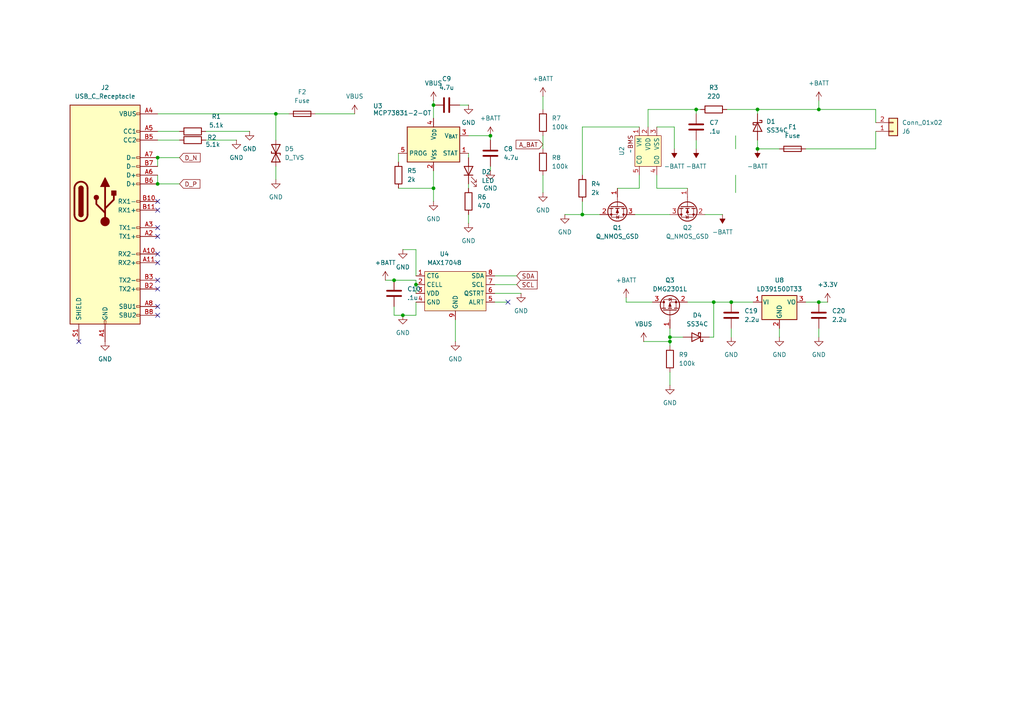
<source format=kicad_sch>
(kicad_sch (version 20231120) (generator "eeschema") (generator_version "8.0")
  (paper "A4")
  (lib_symbols
    (symbol "Battery_Management:MCP73831-2-OT"
      (property "Reference" "U" (at -7.62 6.35 0))
      (property "Value" "MCP73831-2-OT" (at 1.27 6.35 0))
      (symbol "MCP73831-2-OT_0_1"
        (rectangle (start -7.62 5.08) (end 7.62 -5.08) (stroke (width 0.254)) (fill (type background)))
      )
      (symbol "MCP73831-2-OT_1_1"
        (pin tri_state line (at 10.16 -2.54 180) (length 2.54) (name "STAT") (number "1"))
        (pin power_in line (at 0 -7.62 90) (length 2.54) (name "V_{SS}") (number "2"))
        (pin power_out line (at 10.16 2.54 180) (length 2.54) (name "V_{BAT}") (number "3"))
        (pin power_in line (at 0 7.62 270) (length 2.54) (name "V_{DD}") (number "4"))
        (pin input line (at -10.16 -2.54 0) (length 2.54) (name "PROG") (number "5"))
      )
    )
    (symbol "Connector:USB_C_Receptacle" (pin_names (offset 1.016))
      (property "Reference" "J" (at -10.16 29.21 0))
      (property "Value" "USB_C_Receptacle" (at 10.16 29.21 0))
      (symbol "USB_C_Receptacle_0_0"
        (rectangle (start -0.254 -35.56) (end 0.254 -34.544))
        (rectangle (start 10.16 -32.766) (end 9.144 -33.274))
        (rectangle (start 10.16 -30.226) (end 9.144 -30.734))
        (rectangle (start 10.16 -25.146) (end 9.144 -25.654))
        (rectangle (start 10.16 -22.606) (end 9.144 -23.114))
        (rectangle (start 10.16 -17.526) (end 9.144 -18.034))
        (rectangle (start 10.16 -14.986) (end 9.144 -15.494))
        (rectangle (start 10.16 -9.906) (end 9.144 -10.414))
        (rectangle (start 10.16 -7.366) (end 9.144 -7.874))
        (rectangle (start 10.16 -2.286) (end 9.144 -2.794))
        (rectangle (start 10.16 0.254) (end 9.144 -0.254))
        (rectangle (start 10.16 5.334) (end 9.144 4.826))
        (rectangle (start 10.16 7.874) (end 9.144 7.366))
        (rectangle (start 10.16 10.414) (end 9.144 9.906))
        (rectangle (start 10.16 12.954) (end 9.144 12.446))
        (rectangle (start 10.16 18.034) (end 9.144 17.526))
        (rectangle (start 10.16 20.574) (end 9.144 20.066))
        (rectangle (start 10.16 25.654) (end 9.144 25.146))
      )
      (symbol "USB_C_Receptacle_0_1"
        (rectangle (start -10.16 27.94) (end 10.16 -35.56) (stroke (width 0.254)) (fill (type background)))
        (arc (start -8.89 -3.81) (mid -6.985 -5.7067) (end -5.08 -3.81) (stroke (width 0.508)))
        (arc (start -7.62 -3.81) (mid -6.985 -4.4423) (end -6.35 -3.81) (stroke (width 0.254)))
        (arc (start -7.62 -3.81) (mid -6.985 -4.4423) (end -6.35 -3.81) (stroke (width 0.254)) (fill (type outline)))
        (rectangle (start -7.62 -3.81) (end -6.35 3.81) (stroke (width 0.254)) (fill (type outline)))
        (arc (start -6.35 3.81) (mid -6.985 4.4423) (end -7.62 3.81) (stroke (width 0.254)))
        (arc (start -6.35 3.81) (mid -6.985 4.4423) (end -7.62 3.81) (stroke (width 0.254)) (fill (type outline)))
        (arc (start -5.08 3.81) (mid -6.985 5.7067) (end -8.89 3.81) (stroke (width 0.508)))
        (polyline (pts (xy -8.89 -3.81) (xy -8.89 3.81)) (stroke (width 0.508)))
        (polyline (pts (xy -5.08 3.81) (xy -5.08 -3.81)) (stroke (width 0.508)))
      )
      (symbol "USB_C_Receptacle_1_1"
        (circle (center -2.54 1.143) (radius 0.635) (stroke (width 0.254)) (fill (type outline)))
        (circle (center 0 -5.842) (radius 1.27) (fill (type outline)))
        (polyline (pts (xy 0 -5.842) (xy 0 4.318)) (stroke (width 0.508)))
        (polyline (pts (xy 0 -3.302) (xy -2.54 -0.762) (xy -2.54 0.508)) (stroke (width 0.508)))
        (polyline (pts (xy 0 -2.032) (xy 2.54 0.508) (xy 2.54 1.778)) (stroke (width 0.508)))
        (polyline (pts (xy -1.27 4.318) (xy 0 6.858) (xy 1.27 4.318) (xy -1.27 4.318)) (stroke (width 0.254)) (fill (type outline)))
        (rectangle (start 1.905 1.778) (end 3.175 3.048) (stroke (width 0.254)) (fill (type outline)))
        (pin passive line (at 0 -40.64 90) (length 5.08) (name "GND") (number "A1"))
        (pin bidirectional line (at 15.24 -15.24 180) (length 5.08) (name "RX2-") (number "A10"))
        (pin bidirectional line (at 15.24 -17.78 180) (length 5.08) (name "RX2+") (number "A11"))
        (pin passive line (at 0 -40.64 90) (length 5.08) hide (name "GND") (number "A12"))
        (pin bidirectional line (at 15.24 -10.16 180) (length 5.08) (name "TX1+") (number "A2"))
        (pin bidirectional line (at 15.24 -7.62 180) (length 5.08) (name "TX1-") (number "A3"))
        (pin passive line (at 15.24 25.4 180) (length 5.08) (name "VBUS") (number "A4"))
        (pin bidirectional line (at 15.24 20.32 180) (length 5.08) (name "CC1") (number "A5"))
        (pin bidirectional line (at 15.24 7.62 180) (length 5.08) (name "D+") (number "A6"))
        (pin bidirectional line (at 15.24 12.7 180) (length 5.08) (name "D-") (number "A7"))
        (pin bidirectional line (at 15.24 -30.48 180) (length 5.08) (name "SBU1") (number "A8"))
        (pin passive line (at 15.24 25.4 180) (length 5.08) hide (name "VBUS") (number "A9"))
        (pin passive line (at 0 -40.64 90) (length 5.08) hide (name "GND") (number "B1"))
        (pin bidirectional line (at 15.24 0 180) (length 5.08) (name "RX1-") (number "B10"))
        (pin bidirectional line (at 15.24 -2.54 180) (length 5.08) (name "RX1+") (number "B11"))
        (pin passive line (at 0 -40.64 90) (length 5.08) hide (name "GND") (number "B12"))
        (pin bidirectional line (at 15.24 -25.4 180) (length 5.08) (name "TX2+") (number "B2"))
        (pin bidirectional line (at 15.24 -22.86 180) (length 5.08) (name "TX2-") (number "B3"))
        (pin passive line (at 15.24 25.4 180) (length 5.08) hide (name "VBUS") (number "B4"))
        (pin bidirectional line (at 15.24 17.78 180) (length 5.08) (name "CC2") (number "B5"))
        (pin bidirectional line (at 15.24 5.08 180) (length 5.08) (name "D+") (number "B6"))
        (pin bidirectional line (at 15.24 10.16 180) (length 5.08) (name "D-") (number "B7"))
        (pin bidirectional line (at 15.24 -33.02 180) (length 5.08) (name "SBU2") (number "B8"))
        (pin passive line (at 15.24 25.4 180) (length 5.08) hide (name "VBUS") (number "B9"))
        (pin passive line (at -7.62 -40.64 90) (length 5.08) (name "SHIELD") (number "S1"))
      )
    )
    (symbol "Connector_Generic:Conn_01x02" (pin_names (offset 1.016) hide)
      (property "Reference" "J" (at 0 2.54 0))
      (property "Value" "Conn_01x02" (at 0 -5.08 0))
      (symbol "Conn_01x02_1_1"
        (rectangle (start -1.27 -2.413) (end 0 -2.667) (stroke (width 0.1524)))
        (rectangle (start -1.27 0.127) (end 0 -0.127) (stroke (width 0.1524)))
        (rectangle (start -1.27 1.27) (end 1.27 -3.81) (stroke (width 0.254)) (fill (type background)))
        (pin passive line (at -5.08 0 0) (length 3.81) (name "Pin_1") (number "1"))
        (pin passive line (at -5.08 -2.54 0) (length 3.81) (name "Pin_2") (number "2"))
      )
    )
    (symbol "Device:C" (pin_numbers hide) (pin_names (offset 0.254))
      (property "Reference" "C" (at 0.635 2.54 0))
      (property "Value" "C" (at 0.635 -2.54 0))
      (symbol "C_0_1"
        (polyline (pts (xy -2.032 -0.762) (xy 2.032 -0.762)) (stroke (width 0.508)))
        (polyline (pts (xy -2.032 0.762) (xy 2.032 0.762)) (stroke (width 0.508)))
      )
      (symbol "C_1_1"
        (pin passive line (at 0 3.81 270) (length 2.794) (name "~") (number "1"))
        (pin passive line (at 0 -3.81 90) (length 2.794) (name "~") (number "2"))
      )
    )
    (symbol "Device:D_TVS" (pin_numbers hide) (pin_names (offset 1.016) hide)
      (property "Reference" "D" (at 0 2.54 0))
      (property "Value" "D_TVS" (at 0 -2.54 0))
      (symbol "D_TVS_0_1"
        (polyline (pts (xy 1.27 0) (xy -1.27 0)))
        (polyline (pts (xy 0.508 1.27) (xy 0 1.27) (xy 0 -1.27) (xy -0.508 -1.27)) (stroke (width 0.254)))
        (polyline (pts (xy -2.54 1.27) (xy -2.54 -1.27) (xy 2.54 1.27) (xy 2.54 -1.27) (xy -2.54 1.27)) (stroke (width 0.254)))
      )
      (symbol "D_TVS_1_1"
        (pin passive line (at -3.81 0 0) (length 2.54) (name "A1") (number "1"))
        (pin passive line (at 3.81 0 180) (length 2.54) (name "A2") (number "2"))
      )
    )
    (symbol "Device:Fuse" (pin_numbers hide) (pin_names (offset 0))
      (property "Reference" "F" (at 2.032 0 90))
      (property "Value" "Fuse" (at -1.905 0 90))
      (symbol "Fuse_0_1"
        (rectangle (start -0.762 -2.54) (end 0.762 2.54) (stroke (width 0.254)))
        (polyline (pts (xy 0 2.54) (xy 0 -2.54)))
      )
      (symbol "Fuse_1_1"
        (pin passive line (at 0 3.81 270) (length 1.27) (name "~") (number "1"))
        (pin passive line (at 0 -3.81 90) (length 1.27) (name "~") (number "2"))
      )
    )
    (symbol "Device:LED" (pin_numbers hide) (pin_names (offset 1.016) hide)
      (property "Reference" "D" (at 0 2.54 0))
      (property "Value" "LED" (at 0 -2.54 0))
      (symbol "LED_0_1"
        (polyline (pts (xy -1.27 -1.27) (xy -1.27 1.27)) (stroke (width 0.254)))
        (polyline (pts (xy -1.27 0) (xy 1.27 0)))
        (polyline (pts (xy 1.27 -1.27) (xy 1.27 1.27) (xy -1.27 0) (xy 1.27 -1.27)) (stroke (width 0.254)))
        (polyline (pts (xy -3.048 -0.762) (xy -4.572 -2.286) (xy -3.81 -2.286) (xy -4.572 -2.286) (xy -4.572 -1.524)))
        (polyline (pts (xy -1.778 -0.762) (xy -3.302 -2.286) (xy -2.54 -2.286) (xy -3.302 -2.286) (xy -3.302 -1.524)))
      )
      (symbol "LED_1_1"
        (pin passive line (at -3.81 0 0) (length 2.54) (name "K") (number "1"))
        (pin passive line (at 3.81 0 180) (length 2.54) (name "A") (number "2"))
      )
    )
    (symbol "Device:Q_NMOS_GSD" (pin_names (offset 0) hide)
      (property "Reference" "Q" (at 5.08 1.27 0))
      (property "Value" "Q_NMOS_GSD" (at 5.08 -1.27 0))
      (symbol "Q_NMOS_GSD_0_1"
        (polyline (pts (xy 0.254 0) (xy -2.54 0)))
        (polyline (pts (xy 0.254 1.905) (xy 0.254 -1.905)) (stroke (width 0.254)))
        (polyline (pts (xy 0.762 -1.27) (xy 0.762 -2.286)) (stroke (width 0.254)))
        (polyline (pts (xy 0.762 0.508) (xy 0.762 -0.508)) (stroke (width 0.254)))
        (polyline (pts (xy 0.762 2.286) (xy 0.762 1.27)) (stroke (width 0.254)))
        (polyline (pts (xy 2.54 2.54) (xy 2.54 1.778)))
        (polyline (pts (xy 2.54 -2.54) (xy 2.54 0) (xy 0.762 0)))
        (polyline (pts (xy 0.762 -1.778) (xy 3.302 -1.778) (xy 3.302 1.778) (xy 0.762 1.778)))
        (polyline (pts (xy 1.016 0) (xy 2.032 0.381) (xy 2.032 -0.381) (xy 1.016 0)) (fill (type outline)))
        (polyline (pts (xy 2.794 0.508) (xy 2.921 0.381) (xy 3.683 0.381) (xy 3.81 0.254)))
        (polyline (pts (xy 3.302 0.381) (xy 2.921 -0.254) (xy 3.683 -0.254) (xy 3.302 0.381)))
        (circle (center 1.651 0) (radius 2.794) (stroke (width 0.254)))
        (circle (center 2.54 -1.778) (radius 0.254) (fill (type outline)))
        (circle (center 2.54 1.778) (radius 0.254) (fill (type outline)))
      )
      (symbol "Q_NMOS_GSD_1_1"
        (pin input line (at -5.08 0 0) (length 2.54) (name "G") (number "1"))
        (pin passive line (at 2.54 -5.08 90) (length 2.54) (name "S") (number "2"))
        (pin passive line (at 2.54 5.08 270) (length 2.54) (name "D") (number "3"))
      )
    )
    (symbol "Device:R" (pin_numbers hide) (pin_names (offset 0))
      (property "Reference" "R" (at 2.032 0 90))
      (property "Value" "R" (at 0 0 90))
      (symbol "R_0_1"
        (rectangle (start -1.016 -2.54) (end 1.016 2.54) (stroke (width 0.254)))
      )
      (symbol "R_1_1"
        (pin passive line (at 0 3.81 270) (length 1.27) (name "~") (number "1"))
        (pin passive line (at 0 -3.81 90) (length 1.27) (name "~") (number "2"))
      )
    )
    (symbol "Diode:B340" (pin_numbers hide) (pin_names (offset 1.016) hide)
      (property "Reference" "D" (at 0 2.54 0))
      (property "Value" "B340" (at 0 -2.54 0))
      (symbol "B340_0_1"
        (polyline (pts (xy 1.27 0) (xy -1.27 0)))
        (polyline (pts (xy 1.27 1.27) (xy 1.27 -1.27) (xy -1.27 0) (xy 1.27 1.27)) (stroke (width 0.254)))
        (polyline (pts (xy -1.905 0.635) (xy -1.905 1.27) (xy -1.27 1.27) (xy -1.27 -1.27) (xy -0.635 -1.27) (xy -0.635 -0.635)) (stroke (width 0.254)))
      )
      (symbol "B340_1_1"
        (pin passive line (at -3.81 0 0) (length 2.54) (name "K") (number "1"))
        (pin passive line (at 3.81 0 180) (length 2.54) (name "A") (number "2"))
      )
    )
    (symbol "Regulator_Linear:LD39150DT33" (pin_names (offset 0.254))
      (property "Reference" "U" (at -3.81 3.175 0))
      (property "Value" "LD39150DT33" (at 0 3.175 0))
      (symbol "LD39150DT33_0_1"
        (rectangle (start -5.08 -5.08) (end 5.08 1.905) (stroke (width 0.254)) (fill (type background)))
      )
      (symbol "LD39150DT33_1_1"
        (pin power_in line (at -7.62 0 0) (length 2.54) (name "VI") (number "1"))
        (pin power_in line (at 0 -7.62 90) (length 2.54) (name "GND") (number "2"))
        (pin power_out line (at 7.62 0 180) (length 2.54) (name "VO") (number "3"))
      )
    )
    (symbol "Transistor_FET:DMG2301L" (pin_names hide)
      (property "Reference" "Q" (at 5.08 1.905 0))
      (property "Value" "DMG2301L" (at 5.08 0 0))
      (symbol "DMG2301L_0_1"
        (polyline (pts (xy 0.254 0) (xy -2.54 0)))
        (polyline (pts (xy 0.254 1.905) (xy 0.254 -1.905)) (stroke (width 0.254)))
        (polyline (pts (xy 0.762 -1.27) (xy 0.762 -2.286)) (stroke (width 0.254)))
        (polyline (pts (xy 0.762 0.508) (xy 0.762 -0.508)) (stroke (width 0.254)))
        (polyline (pts (xy 0.762 2.286) (xy 0.762 1.27)) (stroke (width 0.254)))
        (polyline (pts (xy 2.54 2.54) (xy 2.54 1.778)))
        (polyline (pts (xy 2.54 -2.54) (xy 2.54 0) (xy 0.762 0)))
        (polyline (pts (xy 0.762 1.778) (xy 3.302 1.778) (xy 3.302 -1.778) (xy 0.762 -1.778)))
        (polyline (pts (xy 2.286 0) (xy 1.27 0.381) (xy 1.27 -0.381) (xy 2.286 0)) (fill (type outline)))
        (polyline (pts (xy 2.794 -0.508) (xy 2.921 -0.381) (xy 3.683 -0.381) (xy 3.81 -0.254)))
        (polyline (pts (xy 3.302 -0.381) (xy 2.921 0.254) (xy 3.683 0.254) (xy 3.302 -0.381)))
        (circle (center 1.651 0) (radius 2.794) (stroke (width 0.254)))
        (circle (center 2.54 -1.778) (radius 0.254) (fill (type outline)))
        (circle (center 2.54 1.778) (radius 0.254) (fill (type outline)))
      )
      (symbol "DMG2301L_1_1"
        (pin input line (at -5.08 0 0) (length 2.54) (name "G") (number "1"))
        (pin passive line (at 2.54 -5.08 90) (length 2.54) (name "S") (number "2"))
        (pin passive line (at 2.54 5.08 270) (length 2.54) (name "D") (number "3"))
      )
    )
    (symbol "generic:Battery_Management"
      (property "Reference" "U" (at -6.35 -5.334 0))
      (symbol "Battery_Management_1_1"
        (rectangle (start -5.08 3.81) (end 3.81 -3.81) (fill (type background)))
        (text "BMS" (at -3.302 5.08 0) (effects (font (size 1.27 1.27))))
        (pin input line (at -7.62 2.54 0) (length 2.54) (name "VM") (number "1"))
        (pin power_in line (at -7.62 0 0) (length 2.54) (name "VDD") (number "2"))
        (pin power_in line (at -7.62 -2.54 0) (length 2.54) (name "VSS") (number "3"))
        (pin output line (at 6.35 -2.54 180) (length 2.54) (name "DO") (number "4"))
        (pin output line (at 6.35 2.54 180) (length 2.54) (name "CO") (number "5"))
      )
    )
    (symbol "generic:MAX17048"
      (property "Reference" "U" (at -5.588 -7.874 0))
      (property "Value" "MAX17048" (at 4.826 -9.906 0))
      (symbol "MAX17048_1_1"
        (rectangle (start -5.08 3.81) (end 12.7 -7.62) (fill (type background)))
        (pin input line (at -7.62 2.54 0) (length 2.54) (name "CTG") (number "1"))
        (pin input line (at -7.62 0 0) (length 2.54) (name "CELL") (number "2"))
        (pin power_in line (at -7.62 -2.54 0) (length 2.54) (name "VDD") (number "3"))
        (pin power_in line (at -7.62 -5.08 0) (length 2.54) (name "GND") (number "4"))
        (pin output line (at 15.24 -5.08 180) (length 2.54) (name "ALRT") (number "5"))
        (pin input line (at 15.24 -2.54 180) (length 2.54) (name "QSTRT") (number "6"))
        (pin input line (at 15.24 0 180) (length 2.54) (name "SCL") (number "7"))
        (pin input line (at 15.24 2.54 180) (length 2.54) (name "SDA") (number "8"))
        (pin power_in line (at 3.81 -10.16 90) (length 2.54) (name "GND") (number "9"))
      )
    )
    (symbol "power:+3.3V" (power) (pin_numbers hide) (pin_names (offset 0) hide)
      (property "Value" "+3.3V" (at 0 3.556 0))
      (symbol "+3.3V_0_1"
        (polyline (pts (xy -0.762 1.27) (xy 0 2.54)))
        (polyline (pts (xy 0 0) (xy 0 2.54)))
        (polyline (pts (xy 0 2.54) (xy 0.762 1.27)))
      )
      (symbol "+3.3V_1_1"
        (pin power_in line (at 0 0 90) (length 0) (name "~") (number "1"))
      )
    )
    (symbol "power:+BATT" (power) (pin_numbers hide) (pin_names (offset 0) hide)
      (property "Value" "+BATT" (at 0 3.556 0))
      (symbol "+BATT_0_1"
        (polyline (pts (xy -0.762 1.27) (xy 0 2.54)))
        (polyline (pts (xy 0 0) (xy 0 2.54)))
        (polyline (pts (xy 0 2.54) (xy 0.762 1.27)))
      )
      (symbol "+BATT_1_1"
        (pin power_in line (at 0 0 90) (length 0) (name "~") (number "1"))
      )
    )
    (symbol "power:-BATT" (power) (pin_numbers hide) (pin_names (offset 0) hide)
      (property "Value" "-BATT" (at 0 3.556 0))
      (symbol "-BATT_0_1"
        (polyline (pts (xy 0 0) (xy 0 2.54)))
        (polyline (pts (xy 0.762 1.27) (xy -0.762 1.27) (xy 0 2.54) (xy 0.762 1.27)) (fill (type outline)))
      )
      (symbol "-BATT_1_1"
        (pin power_in line (at 0 0 90) (length 0) (name "~") (number "1"))
      )
    )
    (symbol "power:GND" (power) (pin_numbers hide) (pin_names (offset 0) hide)
      (property "Value" "GND" (at 0 -3.81 0))
      (symbol "GND_0_1"
        (polyline (pts (xy 0 0) (xy 0 -1.27) (xy 1.27 -1.27) (xy 0 -2.54) (xy -1.27 -1.27) (xy 0 -1.27)))
      )
      (symbol "GND_1_1"
        (pin power_in line (at 0 0 270) (length 0) (name "~") (number "1"))
      )
    )
    (symbol "power:VBUS" (power) (pin_numbers hide) (pin_names (offset 0) hide)
      (property "Value" "VBUS" (at 0 3.556 0))
      (symbol "VBUS_0_1"
        (polyline (pts (xy -0.762 1.27) (xy 0 2.54)))
        (polyline (pts (xy 0 0) (xy 0 2.54)))
        (polyline (pts (xy 0 2.54) (xy 0.762 1.27)))
      )
      (symbol "VBUS_1_1"
        (pin power_in line (at 0 0 90) (length 0) (name "~") (number "1"))
      )
    )
  )
  (junction (at 237.49 87.63))
  (junction (at 120.65 82.55))
  (junction (at 207.01 87.63))
  (junction (at 168.91 62.23))
  (junction (at 125.73 54.61))
  (junction (at 142.24 39.37))
  (junction (at 45.72 53.34))
  (junction (at 114.3 81.28))
  (junction (at 237.49 31.75))
  (junction (at 212.09 87.63))
  (junction (at 219.71 43.18))
  (junction (at 194.31 99.06))
  (junction (at 125.73 30.48))
  (junction (at 201.93 31.75))
  (junction (at 116.84 91.44))
  (junction (at 80.01 33.02))
  (junction (at 219.71 31.75))
  (junction (at 194.31 97.79))
  (junction (at 45.72 45.72))
  (no_connect (at 45.72 66.04))
  (no_connect (at 22.86 99.06))
  (no_connect (at 45.72 68.58))
  (no_connect (at 45.72 88.9))
  (no_connect (at 45.72 58.42))
  (no_connect (at 45.72 83.82))
  (no_connect (at 45.72 60.96))
  (no_connect (at 45.72 73.66))
  (no_connect (at 147.32 87.63))
  (no_connect (at 45.72 81.28))
  (no_connect (at 45.72 76.2))
  (no_connect (at 45.72 91.44))
  (wire (pts (xy 181.61 86.36) (xy 181.61 87.63)))
  (wire (pts (xy 143.51 85.09) (xy 151.13 85.09)))
  (wire (pts (xy 45.72 40.64) (xy 52.07 40.64)))
  (wire (pts (xy 132.08 99.06) (xy 132.08 92.71)))
  (wire (pts (xy 142.24 48.26) (xy 142.24 49.53)))
  (wire (pts (xy 114.3 88.9) (xy 114.3 91.44)))
  (wire (pts (xy 135.89 44.45) (xy 135.89 45.72)))
  (wire (pts (xy 45.72 45.72) (xy 52.07 45.72)))
  (wire (pts (xy 45.72 33.02) (xy 80.01 33.02)))
  (wire (pts (xy 195.58 36.83) (xy 195.58 43.18)))
  (wire (pts (xy 194.31 97.79) (xy 194.31 95.25)))
  (wire (pts (xy 210.82 31.75) (xy 219.71 31.75)))
  (wire (pts (xy 120.65 72.39) (xy 120.65 80.01)))
  (wire (pts (xy 201.93 43.18) (xy 201.93 40.64)))
  (wire (pts (xy 190.5 54.61) (xy 199.39 54.61)))
  (wire (pts (xy 185.42 50.8) (xy 185.42 54.61)))
  (wire (pts (xy 116.84 91.44) (xy 120.65 91.44)))
  (wire (pts (xy 135.89 53.34) (xy 135.89 54.61)))
  (wire (pts (xy 184.15 62.23) (xy 194.31 62.23)))
  (wire (pts (xy 186.69 99.06) (xy 194.31 99.06)))
  (wire (pts (xy 52.07 53.34) (xy 45.72 53.34)))
  (wire (pts (xy 147.32 87.63) (xy 143.51 87.63)))
  (wire (pts (xy 185.42 54.61) (xy 179.07 54.61)))
  (wire (pts (xy 168.91 36.83) (xy 185.42 36.83)))
  (wire (pts (xy 111.76 81.28) (xy 114.3 81.28)))
  (wire (pts (xy 80.01 33.02) (xy 83.82 33.02)))
  (wire (pts (xy 115.57 54.61) (xy 125.73 54.61)))
  (wire (pts (xy 219.71 31.75) (xy 219.71 33.02)))
  (wire (pts (xy 194.31 99.06) (xy 194.31 97.79)))
  (wire (pts (xy 116.84 72.39) (xy 120.65 72.39)))
  (wire (pts (xy 219.71 40.64) (xy 219.71 43.18)))
  (wire (pts (xy 114.3 91.44) (xy 116.84 91.44)))
  (wire (pts (xy 207.01 97.79) (xy 205.74 97.79)))
  (wire (pts (xy 187.96 31.75) (xy 201.93 31.75)))
  (wire (pts (xy 195.58 36.83) (xy 190.5 36.83)))
  (wire (pts (xy 157.48 27.94) (xy 157.48 31.75)))
  (wire (pts (xy 194.31 99.06) (xy 194.31 100.33)))
  (wire (pts (xy 254 35.56) (xy 254 31.75)))
  (wire (pts (xy 201.93 33.02) (xy 201.93 31.75)))
  (wire (pts (xy 45.72 38.1) (xy 52.07 38.1)))
  (wire (pts (xy 254 38.1) (xy 254 43.18)))
  (wire (pts (xy 237.49 31.75) (xy 254 31.75)))
  (wire (pts (xy 114.3 81.28) (xy 120.65 81.28)))
  (wire (pts (xy 233.68 87.63) (xy 237.49 87.63)))
  (wire (pts (xy 212.09 87.63) (xy 218.44 87.63)))
  (wire (pts (xy 181.61 87.63) (xy 189.23 87.63)))
  (wire (pts (xy 59.69 38.1) (xy 72.39 38.1)))
  (wire (pts (xy 207.01 87.63) (xy 212.09 87.63)))
  (wire (pts (xy 199.39 87.63) (xy 207.01 87.63)))
  (wire (pts (xy 219.71 31.75) (xy 237.49 31.75)))
  (wire (pts (xy 91.44 33.02) (xy 102.87 33.02)))
  (wire (pts (xy 212.09 95.25) (xy 212.09 97.79)))
  (wire (pts (xy 143.51 82.55) (xy 149.86 82.55)))
  (wire (pts (xy 125.73 54.61) (xy 125.73 58.42)))
  (wire (pts (xy 45.72 45.72) (xy 45.72 48.26)))
  (wire (pts (xy 135.89 64.77) (xy 135.89 62.23)))
  (wire (pts (xy 213.36 55.88) (xy 213.36 50.8)))
  (wire (pts (xy 142.24 39.37) (xy 135.89 39.37)))
  (wire (pts (xy 219.71 43.18) (xy 226.06 43.18)))
  (wire (pts (xy 168.91 50.8) (xy 168.91 36.83)))
  (wire (pts (xy 173.99 62.23) (xy 168.91 62.23)))
  (wire (pts (xy 187.96 36.83) (xy 187.96 31.75)))
  (wire (pts (xy 157.48 50.8) (xy 157.48 55.88)))
  (wire (pts (xy 213.36 43.18) (xy 213.36 39.37)))
  (wire (pts (xy 142.24 39.37) (xy 142.24 40.64)))
  (wire (pts (xy 115.57 44.45) (xy 115.57 46.99)))
  (wire (pts (xy 237.49 87.63) (xy 240.03 87.63)))
  (wire (pts (xy 125.73 29.21) (xy 125.73 30.48)))
  (wire (pts (xy 45.72 50.8) (xy 45.72 53.34)))
  (wire (pts (xy 168.91 62.23) (xy 168.91 58.42)))
  (wire (pts (xy 59.69 40.64) (xy 68.58 40.64)))
  (wire (pts (xy 194.31 97.79) (xy 198.12 97.79)))
  (wire (pts (xy 125.73 49.53) (xy 125.73 54.61)))
  (wire (pts (xy 226.06 97.79) (xy 226.06 95.25)))
  (wire (pts (xy 80.01 48.26) (xy 80.01 52.07)))
  (wire (pts (xy 237.49 29.21) (xy 237.49 31.75)))
  (wire (pts (xy 157.48 39.37) (xy 157.48 43.18)))
  (wire (pts (xy 194.31 107.95) (xy 194.31 111.76)))
  (wire (pts (xy 120.65 82.55) (xy 120.65 85.09)))
  (wire (pts (xy 207.01 87.63) (xy 207.01 97.79)))
  (wire (pts (xy 135.89 30.48) (xy 133.35 30.48)))
  (wire (pts (xy 190.5 50.8) (xy 190.5 54.61)))
  (wire (pts (xy 120.65 81.28) (xy 120.65 82.55)))
  (wire (pts (xy 237.49 97.79) (xy 237.49 95.25)))
  (wire (pts (xy 120.65 91.44) (xy 120.65 87.63)))
  (wire (pts (xy 143.51 80.01) (xy 149.86 80.01)))
  (wire (pts (xy 163.83 62.23) (xy 168.91 62.23)))
  (wire (pts (xy 204.47 62.23) (xy 209.55 62.23)))
  (wire (pts (xy 125.73 30.48) (xy 125.73 34.29)))
  (wire (pts (xy 80.01 33.02) (xy 80.01 40.64)))
  (wire (pts (xy 201.93 31.75) (xy 203.2 31.75)))
  (wire (pts (xy 233.68 43.18) (xy 254 43.18)))
  (global_label "SCL" (shape input) (at 149.86 82.55 0) (property "Intersheetrefs" "${INTERSHEET_REFS}" (effects (hide yes))))
  (global_label "A_BAT" (shape input) (at 157.48 41.91 180) (property "Intersheetrefs" "${INTERSHEET_REFS}" (effects (hide yes))))
  (global_label "D_N" (shape input) (at 52.07 45.72 0) (property "Intersheetrefs" "${INTERSHEET_REFS}" (effects (hide yes))))
  (global_label "D_P" (shape input) (at 52.07 53.34 0) (property "Intersheetrefs" "${INTERSHEET_REFS}" (effects (hide yes))))
  (global_label "SDA" (shape input) (at 149.86 80.01 0) (property "Intersheetrefs" "${INTERSHEET_REFS}" (effects (hide yes))))
  (symbol (lib_id "Device:R") (at 157.48 35.56 0) (unit 1)
    (property "Reference" "R7" (at 160.02 34.2899 0) (effects (justify left)))
    (property "Value" "100k" (at 160.02 36.8299 0) (effects (justify left)))
    (property "Footprint" "Resistor_SMD:R_0603_1608Metric" (effects (hide yes)))
    (property "Description" "Resistor" (effects (hide yes)))
    (property "LCSC PN" "C14675" (effects (hide yes)))
    (property "MPN" "C19666" (effects (hide yes)))
  )
  (symbol (lib_id "power:GND") (at 125.73 58.42 0) (unit 1)
    (property "Reference" "#PWR020" (effects (hide yes)))
    (property "Value" "GND" (at 125.73 63.5 0))
    (property "Description" "Power symbol creates a global label with name \"GND\" , ground" (effects (hide yes)))
  )
  (symbol (lib_id "power:-BATT") (at 209.55 62.23 180) (unit 1)
    (property "Reference" "#PWR017" (effects (hide yes)))
    (property "Value" "-BATT" (at 209.55 67.31 0))
    (property "Description" "Power symbol creates a global label with name \"-BATT\"" (effects (hide yes)))
  )
  (symbol (lib_id "Device:LED") (at 135.89 49.53 90) (unit 1)
    (property "Reference" "D2" (at 139.7 49.8474 90) (effects (justify right)))
    (property "Value" "LED" (at 139.7 52.3874 90) (effects (justify right)))
    (property "Footprint" "LED_SMD:LED_0805_2012Metric" (effects (hide yes)))
    (property "Description" "Light emitting diode" (effects (hide yes)))
    (property "LCSC PN" "C965817" (effects (hide yes)))
    (property "MPN" "C965817" (effects (hide yes)))
  )
  (symbol (lib_id "generic:MAX17048") (at 128.27 82.55 0) (unit 1)
    (property "Reference" "U4" (at 128.905 73.66 0))
    (property "Value" "MAX17048" (at 128.905 76.2 0))
    (property "Footprint" "Package_DFN_QFN:TDFN-8-1EP_2x2mm_P0.5mm_EP0.8x1.2mm" (effects (hide yes)))
    (property "LCSC PN" "C2682616" (effects (hide yes)))
    (property "MPN" "C2682616" (effects (hide yes)))
  )
  (symbol (lib_id "power:+BATT") (at 111.76 81.28 0) (unit 1)
    (property "Reference" "#PWR027" (effects (hide yes)))
    (property "Value" "+BATT" (at 111.76 76.2 0))
    (property "Description" "Power symbol creates a global label with name \"+BATT\"" (effects (hide yes)))
  )
  (symbol (lib_id "Device:Q_NMOS_GSD") (at 199.39 59.69 90) (mirror x) (unit 1)
    (property "Reference" "Q2" (at 199.39 66.04 90))
    (property "Value" "Q_NMOS_GSD" (at 199.39 68.58 90))
    (property "Footprint" "Package_TO_SOT_SMD:TSOT-23" (effects (hide yes)))
    (property "Description" "N-MOSFET transistor, gate/source/drain" (effects (hide yes)))
    (property "Part Number" "DMG3414U-7" (effects (hide yes)))
    (property "LCSC PN" "C260927" (effects (hide yes)))
    (property "MPN" "C260927" (effects (hide yes)))
  )
  (symbol (lib_id "power:GND") (at 194.31 111.76 0) (unit 1)
    (property "Reference" "#PWR052" (effects (hide yes)))
    (property "Value" "GND" (at 194.31 116.84 0))
    (property "Description" "Power symbol creates a global label with name \"GND\" , ground" (effects (hide yes)))
  )
  (symbol (lib_id "Transistor_FET:DMG2301L") (at 194.31 90.17 90) (unit 1)
    (property "Reference" "Q3" (at 194.31 81.28 90))
    (property "Value" "DMG2301L" (at 194.31 83.82 90))
    (property "Footprint" "Package_TO_SOT_SMD:SOT-23" (effects (hide yes)))
    (property "Datasheet" "https://www.diodes.com/assets/Datasheets/DMG2301L.pdf" (effects (hide yes)))
    (property "Description" "-3A Id, -20V Vds, P-Channel MOSFET, SOT-23" (effects (hide yes)))
    (property "LCSC PN" "C102619" (effects (hide yes)))
    (property "MPN" "C102619" (effects (hide yes)))
  )
  (symbol (lib_id "Connector_Generic:Conn_01x02") (at 259.08 38.1 0) (mirror x) (unit 1)
    (property "Reference" "J6" (at 261.62 38.1001 0) (effects (justify left)))
    (property "Value" "Conn_01x02" (at 261.62 35.5601 0) (effects (justify left)))
    (property "Footprint" "Connector_JST:JST_PH_B2B-PH-K_1x02_P2.00mm_Vertical" (effects (hide yes)))
    (property "Description" "Generic connector, single row, 01x02, script generated (kicad-library-utils/schlib/autogen/connector/)" (effects (hide yes)))
    (property "LCSC PN" "C131337" (effects (hide yes)))
    (property "MPN" "C131337" (effects (hide yes)))
  )
  (symbol (lib_id "power:GND") (at 237.49 97.79 0) (unit 1)
    (property "Reference" "#PWR055" (effects (hide yes)))
    (property "Value" "GND" (at 237.49 102.87 0))
    (property "Description" "Power symbol creates a global label with name \"GND\" , ground" (effects (hide yes)))
  )
  (symbol (lib_id "Device:R") (at 115.57 50.8 0) (unit 1)
    (property "Reference" "R5" (at 118.11 49.5299 0) (effects (justify left)))
    (property "Value" "2k" (at 118.11 52.0699 0) (effects (justify left)))
    (property "Footprint" "Resistor_SMD:R_0603_1608Metric" (effects (hide yes)))
    (property "Description" "Resistor" (effects (hide yes)))
    (property "LCSC PN" "C105576" (effects (hide yes)))
    (property "MPN" "C105576" (effects (hide yes)))
  )
  (symbol (lib_id "power:GND") (at 163.83 62.23 0) (unit 1)
    (property "Reference" "#PWR013" (effects (hide yes)))
    (property "Value" "GND" (at 163.83 67.31 0))
    (property "Description" "Power symbol creates a global label with name \"GND\" , ground" (effects (hide yes)))
  )
  (symbol (lib_id "Device:C") (at 129.54 30.48 90) (unit 1)
    (property "Reference" "C9" (at 129.54 22.86 90))
    (property "Value" "4.7u" (at 129.54 25.4 90))
    (property "Footprint" "Capacitor_SMD:C_0603_1608Metric" (effects (hide yes)))
    (property "Description" "Unpolarized capacitor" (effects (hide yes)))
    (property "LCSC PN" "C19666" (effects (hide yes)))
    (property "MPN" "C19666" (effects (hide yes)))
  )
  (symbol (lib_id "Device:R") (at 194.31 104.14 0) (unit 1)
    (property "Reference" "R9" (at 196.85 102.8699 0) (effects (justify left)))
    (property "Value" "100k" (at 196.85 105.4099 0) (effects (justify left)))
    (property "Footprint" "Resistor_SMD:R_0603_1608Metric" (effects (hide yes)))
    (property "Description" "Resistor" (effects (hide yes)))
    (property "LCSC PN" "C14675" (effects (hide yes)))
    (property "MPN" "C14675" (effects (hide yes)))
  )
  (symbol (lib_id "Device:R") (at 55.88 40.64 90) (unit 1)
    (property "Reference" "R2" (at 61.468 39.878 90))
    (property "Value" "5.1k" (at 61.722 41.91 90))
    (property "Footprint" "Resistor_SMD:R_0603_1608Metric" (effects (hide yes)))
    (property "Description" "Resistor" (effects (hide yes)))
    (property "LCSC PN" "C122969" (effects (hide yes)))
    (property "MPN" "C122969" (effects (hide yes)))
  )
  (symbol (lib_id "power:+3.3V") (at 240.03 87.63 0) (unit 1)
    (property "Reference" "#PWR054" (effects (hide yes)))
    (property "Value" "+3.3V" (at 240.03 82.55 0))
    (property "Description" "Power symbol creates a global label with name \"+3.3V\"" (effects (hide yes)))
  )
  (symbol (lib_id "power:GND") (at 132.08 99.06 0) (unit 1)
    (property "Reference" "#PWR068" (effects (hide yes)))
    (property "Value" "GND" (at 132.08 104.14 0))
    (property "Description" "Power symbol creates a global label with name \"GND\" , ground" (effects (hide yes)))
  )
  (symbol (lib_id "power:GND") (at 135.89 64.77 0) (unit 1)
    (property "Reference" "#PWR024" (effects (hide yes)))
    (property "Value" "GND" (at 135.89 69.85 0))
    (property "Description" "Power symbol creates a global label with name \"GND\" , ground" (effects (hide yes)))
  )
  (symbol (lib_id "power:GND") (at 80.01 52.07 0) (unit 1)
    (property "Reference" "#PWR061" (effects (hide yes)))
    (property "Value" "GND" (at 80.01 57.15 0))
    (property "Description" "Power symbol creates a global label with name \"GND\" , ground" (effects (hide yes)))
  )
  (symbol (lib_id "Device:R") (at 135.89 58.42 0) (unit 1)
    (property "Reference" "R6" (at 138.43 57.1499 0) (effects (justify left)))
    (property "Value" "470" (at 138.43 59.6899 0) (effects (justify left)))
    (property "Footprint" "Resistor_SMD:R_0603_1608Metric" (effects (hide yes)))
    (property "Description" "Resistor" (effects (hide yes)))
    (property "LCSC PN" "C114669" (effects (hide yes)))
    (property "MPN" "C114669" (effects (hide yes)))
  )
  (symbol (lib_id "Battery_Management:MCP73831-2-OT") (at 125.73 41.91 0) (unit 1)
    (property "Reference" "U3" (at 108.204 30.734 0) (effects (justify left)))
    (property "Value" "MCP73831-2-OT" (at 108.204 32.766 0) (effects (justify left)))
    (property "Footprint" "Package_TO_SOT_SMD:SOT-23-5" (effects (hide yes)))
    (property "Datasheet" "http://ww1.microchip.com/downloads/en/DeviceDoc/20001984g.pdf" (effects (hide yes)))
    (property "Description" "Single cell, Li-Ion/Li-Po charge management controller, 4.20V, Tri-State Status Output, in SOT23-5 package" (effects (hide yes)))
    (property "Part Number" "MCP73831T-2ACI/OT" (effects (hide yes)))
    (property "LCSC PN" "C424093" (effects (hide yes)))
    (property "MPN" "C424093" (effects (hide yes)))
  )
  (symbol (lib_id "power:+BATT") (at 181.61 86.36 0) (unit 1)
    (property "Reference" "#PWR051" (effects (hide yes)))
    (property "Value" "+BATT" (at 181.61 81.28 0))
    (property "Description" "Power symbol creates a global label with name \"+BATT\"" (effects (hide yes)))
  )
  (symbol (lib_id "power:GND") (at 116.84 91.44 0) (unit 1)
    (property "Reference" "#PWR026" (effects (hide yes)))
    (property "Value" "GND" (at 116.84 96.52 0))
    (property "Description" "Power symbol creates a global label with name \"GND\" , ground" (effects (hide yes)))
  )
  (symbol (lib_id "Device:Fuse") (at 87.63 33.02 90) (unit 1)
    (property "Reference" "F2" (at 87.63 26.67 90))
    (property "Value" "Fuse" (at 87.63 29.21 90))
    (property "Footprint" "Fuse:Fuse_1210_3225Metric" (effects (hide yes)))
    (property "Description" "Fuse" (effects (hide yes)))
    (property "Part Number" "TECHFUSE SL1210350" (effects (hide yes)))
    (property "LCSC PN" "C20806" (effects (hide yes)))
    (property "MPN" "C20806" (effects (hide yes)))
  )
  (symbol (lib_id "power:+BATT") (at 142.24 39.37 0) (unit 1)
    (property "Reference" "#PWR019" (effects (hide yes)))
    (property "Value" "+BATT" (at 142.24 34.29 0))
    (property "Description" "Power symbol creates a global label with name \"+BATT\"" (effects (hide yes)))
  )
  (symbol (lib_id "power:VBUS") (at 125.73 29.21 0) (unit 1)
    (property "Reference" "#PWR022" (effects (hide yes)))
    (property "Value" "VBUS" (at 125.73 24.13 0))
    (property "Description" "Power symbol creates a global label with name \"VBUS\"" (effects (hide yes)))
  )
  (symbol (lib_id "Device:C") (at 142.24 44.45 0) (unit 1)
    (property "Reference" "C8" (at 146.05 43.1799 0) (effects (justify left)))
    (property "Value" "4.7u" (at 146.05 45.7199 0) (effects (justify left)))
    (property "Footprint" "Capacitor_SMD:C_0603_1608Metric" (effects (hide yes)))
    (property "Description" "Unpolarized capacitor" (effects (hide yes)))
    (property "LCSC PN" "C19666" (effects (hide yes)))
    (property "MPN" "C19666" (effects (hide yes)))
  )
  (symbol (lib_id "Diode:B340") (at 201.93 97.79 180) (unit 1)
    (property "Reference" "D4" (at 202.2475 91.44 0))
    (property "Value" "SS34C" (at 202.2475 93.98 0))
    (property "Footprint" "Diode_SMD:D_SMC" (effects (hide yes)))
    (property "Datasheet" "http://www.jameco.com/Jameco/Products/ProdDS/1538777.pdf" (effects (hide yes)))
    (property "Description" "40V 3A Schottky Barrier Rectifier Diode, SMC" (effects (hide yes)))
    (property "LCSC PN" "C13763" (effects (hide yes)))
    (property "MPN" "C13763" (effects (hide yes)))
  )
  (symbol (lib_id "Device:R") (at 168.91 54.61 180) (unit 1)
    (property "Reference" "R4" (at 171.45 53.3399 0) (effects (justify right)))
    (property "Value" "2k" (at 171.45 55.8799 0) (effects (justify right)))
    (property "Footprint" "Resistor_SMD:R_0603_1608Metric" (effects (hide yes)))
    (property "Description" "Resistor" (effects (hide yes)))
    (property "LCSC PN" "C105576" (effects (hide yes)))
    (property "MPN" "C105576" (effects (hide yes)))
  )
  (symbol (lib_id "power:GND") (at 30.48 99.06 0) (unit 1)
    (property "Reference" "#PWR011" (effects (hide yes)))
    (property "Value" "GND" (at 30.48 104.14 0))
    (property "Description" "Power symbol creates a global label with name \"GND\" , ground" (effects (hide yes)))
  )
  (symbol (lib_id "power:GND") (at 68.58 40.64 0) (unit 1)
    (property "Reference" "#PWR09" (effects (hide yes)))
    (property "Value" "GND" (at 68.58 45.72 0))
    (property "Description" "Power symbol creates a global label with name \"GND\" , ground" (effects (hide yes)))
  )
  (symbol (lib_id "Device:D_TVS") (at 80.01 44.45 90) (unit 1)
    (property "Reference" "D5" (at 82.55 43.1799 90) (effects (justify right)))
    (property "Value" "D_TVS" (at 82.55 45.7199 90) (effects (justify right)))
    (property "Footprint" "Diode_SMD:D_0402_1005Metric" (effects (hide yes)))
    (property "Description" "Bidirectional transient-voltage-suppression diode" (effects (hide yes)))
    (property "Part Number" "TPD1E10B06DPYR" (effects (hide yes)))
    (property "LCSC PN" "C48260" (effects (hide yes)))
    (property "MPN" "C48260" (effects (hide yes)))
  )
  (symbol (lib_id "power:GND") (at 157.48 55.88 0) (unit 1)
    (property "Reference" "#PWR031" (effects (hide yes)))
    (property "Value" "GND" (at 157.48 60.96 0))
    (property "Description" "Power symbol creates a global label with name \"GND\" , ground" (effects (hide yes)))
  )
  (symbol (lib_id "power:-BATT") (at 219.71 43.18 180) (unit 1)
    (property "Reference" "#PWR015" (effects (hide yes)))
    (property "Value" "-BATT" (at 219.71 48.26 0))
    (property "Description" "Power symbol creates a global label with name \"-BATT\"" (effects (hide yes)))
  )
  (symbol (lib_id "power:GND") (at 212.09 97.79 0) (unit 1)
    (property "Reference" "#PWR056" (effects (hide yes)))
    (property "Value" "GND" (at 212.09 102.87 0))
    (property "Description" "Power symbol creates a global label with name \"GND\" , ground" (effects (hide yes)))
  )
  (symbol (lib_id "power:GND") (at 151.13 85.09 0) (unit 1)
    (property "Reference" "#PWR025" (effects (hide yes)))
    (property "Value" "GND" (at 151.13 90.17 0))
    (property "Description" "Power symbol creates a global label with name \"GND\" , ground" (effects (hide yes)))
  )
  (symbol (lib_id "power:GND") (at 116.84 72.39 0) (unit 1)
    (property "Reference" "#PWR028" (effects (hide yes)))
    (property "Value" "GND" (at 116.84 77.47 0))
    (property "Description" "Power symbol creates a global label with name \"GND\" , ground" (effects (hide yes)))
  )
  (symbol (lib_id "Diode:B340") (at 219.71 36.83 270) (unit 1)
    (property "Reference" "D1" (at 222.25 35.2424 90) (effects (justify left)))
    (property "Value" "SS34C" (at 222.25 37.7824 90) (effects (justify left)))
    (property "Footprint" "Diode_SMD:D_SMC" (effects (hide yes)))
    (property "Datasheet" "http://www.jameco.com/Jameco/Products/ProdDS/1538777.pdf" (effects (hide yes)))
    (property "Description" "40V 3A Schottky Barrier Rectifier Diode, SMC" (effects (hide yes)))
    (property "LCSC PN" "C13763" (effects (hide yes)))
    (property "MPN" "C13763" (effects (hide yes)))
  )
  (symbol (lib_id "Connector:USB_C_Receptacle") (at 30.48 58.42 0) (unit 1)
    (property "Reference" "J2" (at 30.48 25.4 0))
    (property "Value" "USB_C_Receptacle" (at 30.48 27.94 0))
    (property "Footprint" "Connector_USB:USB_C_Receptacle_GCT_USB4105-xx-A_16P_TopMnt_Horizontal" (effects (hide yes)))
    (property "Datasheet" "https://www.usb.org/sites/default/files/documents/usb_type-c.zip" (effects (hide yes)))
    (property "Description" "USB Full-Featured Type-C Receptacle connector" (effects (hide yes)))
    (property "Part Number" "MC-107D" (effects (hide yes)))
    (property "LCSC PN" "C2874568" (effects (hide yes)))
    (property "MPN" "C2874568" (effects (hide yes)))
  )
  (symbol (lib_id "Device:R") (at 207.01 31.75 90) (unit 1)
    (property "Reference" "R3" (at 207.01 25.4 90))
    (property "Value" "220" (at 207.01 27.94 90))
    (property "Footprint" "Resistor_SMD:R_0603_1608Metric" (effects (hide yes)))
    (property "Description" "Resistor" (effects (hide yes)))
    (property "LCSC PN" "C107696" (effects (hide yes)))
    (property "MPN" "C107696" (effects (hide yes)))
  )
  (symbol (lib_id "power:GND") (at 226.06 97.79 0) (unit 1)
    (property "Reference" "#PWR053" (effects (hide yes)))
    (property "Value" "GND" (at 226.06 102.87 0))
    (property "Description" "Power symbol creates a global label with name \"GND\" , ground" (effects (hide yes)))
  )
  (symbol (lib_id "Device:C") (at 201.93 36.83 0) (unit 1)
    (property "Reference" "C7" (at 205.74 35.5599 0) (effects (justify left)))
    (property "Value" ".1u" (at 205.74 38.0999 0) (effects (justify left)))
    (property "Footprint" "Capacitor_SMD:C_0402_1005Metric" (effects (hide yes)))
    (property "Description" "Unpolarized capacitor" (effects (hide yes)))
    (property "LCSC PN" "C77020" (effects (hide yes)))
    (property "MPN" "C77020" (effects (hide yes)))
  )
  (symbol (lib_id "power:GND") (at 135.89 30.48 0) (unit 1)
    (property "Reference" "#PWR023" (effects (hide yes)))
    (property "Value" "GND" (at 135.89 35.56 0))
    (property "Description" "Power symbol creates a global label with name \"GND\" , ground" (effects (hide yes)))
  )
  (symbol (lib_id "power:+BATT") (at 157.48 27.94 0) (mirror y) (unit 1)
    (property "Reference" "#PWR084" (effects (hide yes)))
    (property "Value" "+BATT" (at 157.48 22.86 0))
    (property "Description" "Power symbol creates a global label with name \"+BATT\"" (effects (hide yes)))
  )
  (symbol (lib_id "power:VBUS") (at 186.69 99.06 0) (unit 1)
    (property "Reference" "#PWR050" (effects (hide yes)))
    (property "Value" "VBUS" (at 186.69 93.98 0))
    (property "Description" "Power symbol creates a global label with name \"VBUS\"" (effects (hide yes)))
  )
  (symbol (lib_id "generic:Battery_Management") (at 187.96 44.45 90) (mirror x) (unit 1)
    (property "Reference" "U2" (at 180.34 43.815 0))
    (property "Value" "~" (at 182.88 43.815 0))
    (property "Footprint" "Package_TO_SOT_SMD:SOT-23-5" (effects (hide yes)))
    (property "Part Number" "S-8211CAZ-M5T1G" (effects (hide yes)))
    (property "LCSC PN" "C5881307" (effects (hide yes)))
    (property "MPN" "C5881307" (effects (hide yes)))
  )
  (symbol (lib_id "power:-BATT") (at 201.93 43.18 180) (unit 1)
    (property "Reference" "#PWR018" (effects (hide yes)))
    (property "Value" "-BATT" (at 201.93 48.26 0))
    (property "Description" "Power symbol creates a global label with name \"-BATT\"" (effects (hide yes)))
  )
  (symbol (lib_id "Device:Fuse") (at 229.87 43.18 90) (unit 1)
    (property "Reference" "F1" (at 229.87 36.83 90))
    (property "Value" "Fuse" (at 229.87 39.37 90))
    (property "Footprint" "Fuse:Fuse_1210_3225Metric" (effects (hide yes)))
    (property "Description" "Fuse" (effects (hide yes)))
    (property "Part Number" "Shenzhen JDT Fuse ASMD1210-075" (effects (hide yes)))
    (property "LCSC PN" "C20806" (effects (hide yes)))
    (property "MPN" "C20806" (effects (hide yes)))
  )
  (symbol (lib_id "Device:C") (at 114.3 85.09 0) (unit 1)
    (property "Reference" "C10" (at 118.11 83.8199 0) (effects (justify left)))
    (property "Value" ".1u" (at 118.11 86.3599 0) (effects (justify left)))
    (property "Footprint" "Capacitor_SMD:C_0402_1005Metric" (effects (hide yes)))
    (property "Description" "Unpolarized capacitor" (effects (hide yes)))
    (property "LCSC PN" "C77020" (effects (hide yes)))
    (property "MPN" "C77020" (effects (hide yes)))
  )
  (symbol (lib_id "Device:C") (at 212.09 91.44 0) (unit 1)
    (property "Reference" "C19" (at 215.9 90.1699 0) (effects (justify left)))
    (property "Value" "2.2u" (at 215.9 92.7099 0) (effects (justify left)))
    (property "Footprint" "Capacitor_SMD:C_0603_1608Metric" (effects (hide yes)))
    (property "Description" "Unpolarized capacitor" (effects (hide yes)))
    (property "LCSC PN" "C415535" (effects (hide yes)))
    (property "MPN" "C415535" (effects (hide yes)))
  )
  (symbol (lib_id "Device:C") (at 237.49 91.44 0) (unit 1)
    (property "Reference" "C20" (at 241.3 90.1699 0) (effects (justify left)))
    (property "Value" "2.2u" (at 241.3 92.7099 0) (effects (justify left)))
    (property "Footprint" "Capacitor_SMD:C_0603_1608Metric" (effects (hide yes)))
    (property "Description" "Unpolarized capacitor" (effects (hide yes)))
    (property "LCSC PN" "C415535" (effects (hide yes)))
    (property "MPN" "C415535" (effects (hide yes)))
  )
  (symbol (lib_id "power:+BATT") (at 237.49 29.21 0) (unit 1)
    (property "Reference" "#PWR014" (effects (hide yes)))
    (property "Value" "+BATT" (at 237.49 24.13 0))
    (property "Description" "Power symbol creates a global label with name \"+BATT\"" (effects (hide yes)))
  )
  (symbol (lib_id "Device:Q_NMOS_GSD") (at 179.07 59.69 270) (unit 1)
    (property "Reference" "Q1" (at 179.07 66.04 90))
    (property "Value" "Q_NMOS_GSD" (at 179.07 68.58 90))
    (property "Footprint" "Package_TO_SOT_SMD:TSOT-23" (effects (hide yes)))
    (property "Description" "N-MOSFET transistor, gate/source/drain" (effects (hide yes)))
    (property "Part Number" "DMG3414U-7" (effects (hide yes)))
    (property "LCSC PN" "C260927" (effects (hide yes)))
    (property "MPN" "C260927" (effects (hide yes)))
  )
  (symbol (lib_id "power:GND") (at 142.24 49.53 0) (unit 1)
    (property "Reference" "#PWR021" (effects (hide yes)))
    (property "Value" "GND" (at 142.24 54.61 0))
    (property "Description" "Power symbol creates a global label with name \"GND\" , ground" (effects (hide yes)))
  )
  (symbol (lib_id "Device:R") (at 55.88 38.1 90) (unit 1)
    (property "Reference" "R1" (at 62.738 33.782 90))
    (property "Value" "5.1k" (at 62.738 36.322 90))
    (property "Footprint" "Resistor_SMD:R_0603_1608Metric" (effects (hide yes)))
    (property "Description" "Resistor" (effects (hide yes)))
    (property "LCSC PN" "C122969" (effects (hide yes)))
    (property "MPN" "C122969" (effects (hide yes)))
  )
  (symbol (lib_id "power:VBUS") (at 102.87 33.02 0) (unit 1)
    (property "Reference" "#PWR012" (effects (hide yes)))
    (property "Value" "VBUS" (at 102.87 27.94 0))
    (property "Description" "Power symbol creates a global label with name \"VBUS\"" (effects (hide yes)))
  )
  (symbol (lib_id "power:-BATT") (at 195.58 43.18 180) (unit 1)
    (property "Reference" "#PWR016" (effects (hide yes)))
    (property "Value" "-BATT" (at 195.58 48.26 0))
    (property "Description" "Power symbol creates a global label with name \"-BATT\"" (effects (hide yes)))
  )
  (symbol (lib_id "power:GND") (at 72.39 38.1 0) (unit 1)
    (property "Reference" "#PWR010" (effects (hide yes)))
    (property "Value" "GND" (at 72.39 43.18 0))
    (property "Description" "Power symbol creates a global label with name \"GND\" , ground" (effects (hide yes)))
  )
  (symbol (lib_id "Regulator_Linear:LD39150DT33") (at 226.06 87.63 0) (unit 1)
    (property "Reference" "U8" (at 226.06 81.28 0))
    (property "Value" "LD39150DT33" (at 226.06 83.82 0))
    (property "Footprint" "Package_TO_SOT_SMD:TO-252-3_TabPin2" (effects (hide yes)))
    (property "Datasheet" "https://www.st.com/resource/en/datasheet/ld39150.pdf" (effects (hide yes)))
    (property "Description" "1.5A Ultra Low Dropout regulator, positive, 3.3V fixed output, TO-252" (effects (hide yes)))
    (property "LCSC PN" "C155559" (effects (hide yes)))
    (property "MPN" "C155559" (effects (hide yes)))
  )
  (symbol (lib_id "Device:R") (at 157.48 46.99 0) (unit 1)
    (property "Reference" "R8" (at 160.02 45.7199 0) (effects (justify left)))
    (property "Value" "100k" (at 160.02 48.2599 0) (effects (justify left)))
    (property "Footprint" "Resistor_SMD:R_0603_1608Metric" (effects (hide yes)))
    (property "Description" "Resistor" (effects (hide yes)))
    (property "LCSC PN" "C14675" (effects (hide yes)))
    (property "MPN" "C19666" (effects (hide yes)))
  )
)
</source>
